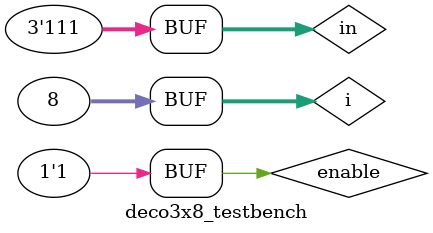
<source format=sv>
`timescale 1ps/1ps
module deco3x8(in, enable, out);
	input logic enable;
	input logic [2:0] in;
	output logic [7:0] out;

	logic not_a,not_b,not_c;

	not #(50) (not_a, in[0]);
	not #(50) (not_b, in[1]);
	not #(50) (not_c, in[2]);

	and #(50) (out[0], not_a, not_b , not_c, enable);
	and #(50) (out[1], in[0], not_b , not_c, enable);
	and #(50) (out[2], not_a, in[1] , not_c, enable);
	and #(50) (out[3], in[0], in[1] , not_c, enable);
	and #(50) (out[4], not_a, not_b , in[2], enable);
	and #(50) (out[5], in[0], not_b , in[2], enable);
	and #(50) (out[6], not_a, in[1] , in[2], enable);
	and #(50) (out[7], in[0], in[1] , in[2], enable);

endmodule 


module deco3x8_testbench();
	logic enable;
	logic [2:0] in;
	logic [7:0] out;
	
	deco3x8 dut (.in, .enable, .out);
	
	integer i;
		// test all in value when enalbe is on and off
	initial begin
		enable = 0; in = 3'b000;	#300;
		
		for(i=1; i<8; i++) begin
			in = i;						#300;
		end
		enable = 1; in = 3'b000;	#300;
		
		for(i=1; i<8; i++) begin
			in = i;						#300;
		end	
	end
	
endmodule


</source>
